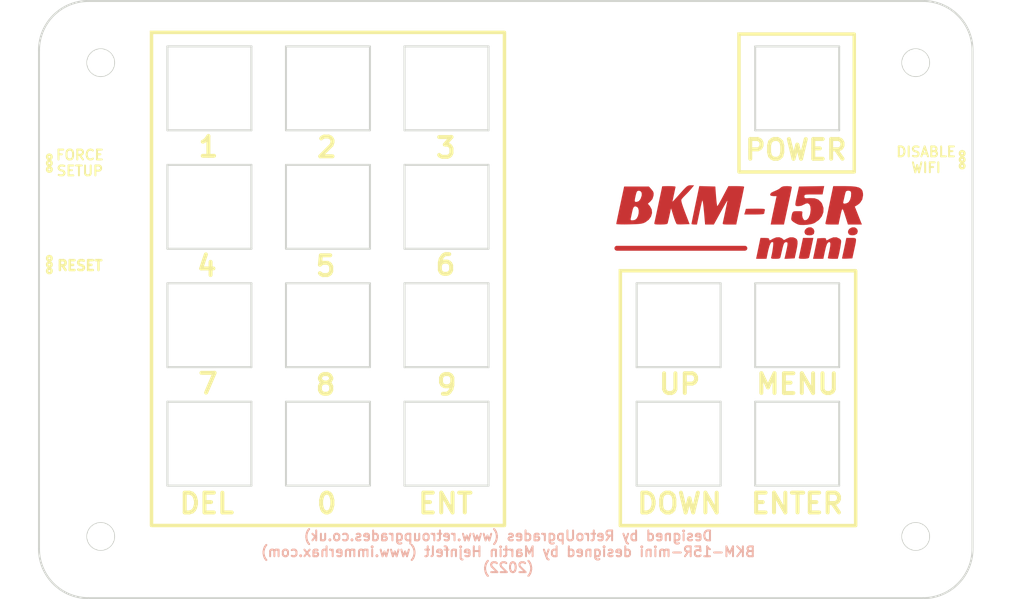
<source format=kicad_pcb>
(kicad_pcb (version 20211014) (generator pcbnew)
  (layers (0 "F.Cu" signal) (31 "B.Cu" signal) (34 "B.Paste" user) (35 "F.Paste" user) (36 "B.SilkS" user "B.Silkscreen") (37 "F.SilkS" user "F.Silkscreen") (38 "B.Mask" user) (39 "F.Mask" user) (44 "Edge.Cuts" user))
  (net 0 "")
  (footprint "MountingHole:MountingHole_2.7mm_M2.5" (layer "F.Cu") (at 188.832001 125.703 180)
    (fp_text reference "REF**" hide)
    (fp_text value "MountingHole_2.7mm_M2.5")
    (pad "" np_thru_hole circle (at 0 0 180) (size 2.7 2.7) (drill 2.7) (layers *.Cu *.Mask))
  )
  (footprint "MountingHole:MountingHole_2.7mm_M2.5" (layer "F.Cu") (at 188.832001 77.703 180)
    (fp_text reference "REF**" hide)
    (fp_text value "MountingHole_2.7mm_M2.5")
    (pad "" np_thru_hole circle (at 0 0 180) (size 2.7 2.7) (drill 2.7) (layers *.Cu *.Mask))
  )
  (footprint "MountingHole:MountingHole_2.7mm_M2.5" (layer "F.Cu") (at 106.331999 125.703 180)
    (fp_text reference "REF**" hide)
    (fp_text value "MountingHole_2.7mm_M2.5")
    (pad "" np_thru_hole circle (at 0 0 180) (size 2.7 2.7) (drill 2.7) (layers *.Cu *.Mask))
  )
  (footprint "kicadlib:mini2" (layer "F.Cu") (at 171.042 93.933)
    (fp_text reference "G***" hide)
    (fp_text value "LOGO" hide)
    (fp_poly (pts (xy -4.896369 -3.4925) (xy -5.111942 -3.242385) (xy -5.373813 -2.964337) (xy -5.502852 -2.836333) (xy -5.710256 -2.626249) (xy -5.870523 -2.444361) (xy -5.93001 -2.361343) (xy -5.937331 -2.233335) (xy -5.880468 -1.983123) (xy -5.75653 -1.600658) (xy -5.562625 -1.075895) (xy -5.552299 -1.04901) (xy -5.099982 0.127) (xy -5.695901 0.152143) (xy -6.006732 0.159656) (xy -6.254895 0.15542) (xy -6.387947 0.140369) (xy -6.389527 0.139792) (xy -6.454862 0.047392) (xy -6.551172 -0.170678) (xy -6.663105 -0.477217) (xy -6.731856 -0.689684) (xy -6.976479 -1.481667) (xy -7.134262 -0.762) (xy -7.209675 -0.423598) (xy -7.274368 -0.143361) (xy -7.3178 0.033405) (xy -7.326366 0.0635) (xy -7.419976 0.124161) (xy -7.660011 0.158881) (xy -8.03275 0.169333) (xy -8.368212 0.165443) (xy -8.566003 0.148875) (xy -8.657702 0.112287) (xy -8.674889 0.048333) (xy -8.669875 0.021167) (xy -8.639524 -0.114917) (xy -8.582357 -0.377661) (xy -8.504517 -0.738326) (xy -8.412144 -1.168173) (xy -8.311381 -1.63846) (xy -8.208367 -2.120448) (xy -8.109244 -2.585397) (xy -8.020155 -3.004567) (xy -7.947239 -3.349218) (xy -7.896638 -3.590609) (xy -7.874493 -3.700001) (xy -7.874 -3.703385) (xy -7.796015 -3.713578) (xy -7.588775 -3.721254) (xy -7.292356 -3.725114) (xy -7.196667 -3.725333) (xy -6.882442 -3.718028) (xy -6.646221 -3.698614) (xy -6.527909 -3.670844) (xy -6.521349 -3.661833) (xy -6.539448 -3.555371) (xy -6.586033 -3.3257) (xy -6.652468 -3.014824) (xy -6.68233 -2.878667) (xy -6.752075 -2.554814) (xy -6.802934 -2.302903) (xy -6.827288 -2.161422) (xy -6.827765 -2.144173) (xy -6.770069 -2.198152) (xy -6.621536 -2.356408) (xy -6.403176 -2.596081) (xy -6.136 -2.894312) (xy -6.069065 -2.969673) (xy -5.763498 -3.311215) (xy -5.542531 -3.545071) (xy -5.379907 -3.691559) (xy -5.24937 -3.770998) (xy -5.124666 -3.803705) (xy -4.983166 -3.81) (xy -4.642438 -3.81)) (layer "F.Cu") (width 0) (fill solid))
    (fp_poly (pts (xy 7.226125 2.4765) (xy 7.142165 2.864762) (xy 7.068116 3.196391) (xy 7.012556 3.433639) (xy 6.985606 3.534833) (xy 6.874233 3.602622) (xy 6.606418 3.636773) (xy 6.431618 3.640667) (xy 6.147204 3.634857) (xy 5.997729 3.610305) (xy 5.948992 3.556328) (xy 5.957289 3.4925) (xy 5.991171 3.351732) (xy 6.050103 3.08628) (xy 6.125076 2.737334) (xy 6.188794 2.434167) (xy 6.378266 1.524) (xy 7.429019 1.524)) (layer "F.Cu") (width 0) (fill solid))
    (fp_poly (pts (xy -3.307357 -3.707042) (xy -2.497667 -3.683) (xy -2.421789 -2.688167) (xy -2.388181 -2.300807) (xy -2.352962 -1.984043) (xy -2.32034 -1.770808) (xy -2.294789 -1.69402) (xy -2.238856 -1.764961) (xy -2.121145 -1.958949) (xy -1.957489 -2.248534) (xy -1.76372 -2.606263) (xy -1.708795 -2.71002) (xy -1.173924 -3.725334) (xy -0.375295 -3.725334) (xy -0.030926 -3.719091) (xy 0.239008 -3.702318) (xy 0.39757 -3.677951) (xy 0.423958 -3.661833) (xy 0.407199 -3.564128) (xy 0.359881 -3.325152) (xy 0.287003 -2.969192) (xy 0.193564 -2.520534) (xy 0.084562 -2.003467) (xy 0.023152 -1.7145) (xy -0.378278 0.169333) (xy -1.079752 0.169333) (xy -1.422264 0.167204) (xy -1.627156 0.15469) (xy -1.726137 0.122598) (xy -1.750916 0.061738) (xy -1.73693 -0.021167) (xy -1.677936 -0.283482) (xy -1.60395 -0.62481) (xy -1.52265 -1.008132) (xy -1.441711 -1.396426) (xy -1.368811 -1.752672) (xy -1.311625 -2.039851) (xy -1.277831 -2.22094) (xy -1.27198 -2.263396) (xy -1.310802 -2.215118) (xy -1.417134 -2.040628) (xy -1.577821 -1.762599) (xy -1.77971 -1.403707) (xy -1.958815 -1.0795) (xy -2.643671 0.169333) (xy -3.530108 0.169333) (xy -3.641321 -1.108174) (xy -3.683138 -1.539995) (xy -3.725668 -1.89461) (xy -3.765144 -2.146305) (xy -3.797801 -2.269364) (xy -3.811792 -2.272341) (xy -3.849859 -2.151488) (xy -3.913333 -1.898268) (xy -3.994282 -1.546331) (xy -4.084773 -1.129329) (xy -4.112957 -0.994833) (xy -4.354862 0.169333) (xy -4.632764 0.169333) (xy -4.821337 0.152387) (xy -4.90995 0.111064) (xy -4.910911 0.105833) (xy -4.894243 0.008091) (xy -4.847389 -0.231013) (xy -4.77529 -0.587193) (xy -4.682888 -1.036162) (xy -4.575125 -1.553632) (xy -4.5141 -1.844375) (xy -4.117046 -3.731084)) (layer "F.Cu") (width 0) (fill solid))
    (fp_poly (pts (xy 11.636374 1.539895) (xy 11.722503 1.597738) (xy 11.751421 1.722598) (xy 11.729577 1.93979) (xy 11.663426 2.274631) (xy 11.568767 2.709333) (xy 11.375654 3.598333) (xy 10.852493 3.62354) (xy 10.580289 3.63061) (xy 10.391087 3.623973) (xy 10.329333 3.607627) (xy 10.346556 3.509947) (xy 10.39154 3.295193) (xy 10.449586 3.032087) (xy 10.534257 2.64639) (xy 10.62148 2.234632) (xy 10.667255 2.010833) (xy 10.764672 1.524) (xy 11.266669 1.524) (xy 11.486579 1.523754)) (layer "F.Cu") (width 0) (fill solid))
    (fp_poly (pts (xy 10.079904 1.595373) (xy 10.084127 1.598763) (xy 10.182743 1.68713) (xy 10.233699 1.780591) (xy 10.242031 1.923212) (xy 10.212777 2.159057) (xy 10.174677 2.391043) (xy 10.109849 2.749973) (xy 10.041414 3.086707) (xy 9.984009 3.329303) (xy 9.98319 3.33228) (xy 9.89804 3.640667) (xy 9.39402 3.640667) (xy 9.127676 3.630987) (xy 8.945773 3.605843) (xy 8.892014 3.577167) (xy 8.910214 3.47073) (xy 8.957066 3.241114) (xy 9.023888 2.930306) (xy 9.053965 2.794) (xy 9.134443 2.37218) (xy 9.152763 2.098554) (xy 9.107118 1.963101) (xy 8.995699 1.955803) (xy 8.910608 1.999679) (xy 8.81111 2.142449) (xy 8.70547 2.443589) (xy 8.603093 2.865609) (xy 8.439642 3.640667) (xy 7.396085 3.640667) (xy 7.832255 1.566333) (xy 8.276461 1.540742) (xy 8.543475 1.535292) (xy 8.679377 1.564407) (xy 8.720389 1.636717) (xy 8.720666 1.646575) (xy 8.732261 1.746406) (xy 8.791185 1.763982) (xy 8.933653 1.695498) (xy 9.078453 1.608983) (xy 9.435502 1.466375) (xy 9.78392 1.46169)) (layer "F.Cu") (width 0) (fill solid))
    (fp_poly (pts (xy 11.657069 0.47002) (xy 11.852884 0.613566) (xy 11.928871 0.828433) (xy 11.871163 1.054373) (xy 11.809549 1.132356) (xy 11.616952 1.234329) (xy 11.364197 1.265795) (xy 11.128636 1.225273) (xy 11.010534 1.14766) (xy 10.925253 0.940252) (xy 10.973571 0.733126) (xy 11.123127 0.560198) (xy 11.34156 0.455385) (xy 11.596511 0.452606)) (layer "F.Cu") (width 0) (fill solid))
    (fp_poly (pts (xy 7.254403 0.47002) (xy 7.444895 0.613979) (xy 7.531835 0.836243) (xy 7.496278 1.069906) (xy 7.446417 1.14812) (xy 7.283509 1.235591) (xy 7.039035 1.26637) (xy 6.790977 1.240498) (xy 6.617316 1.158018) (xy 6.607867 1.14766) (xy 6.522586 0.940252) (xy 6.570904 0.733126) (xy 6.72046 0.560198) (xy 6.938893 0.455385) (xy 7.193844 0.452606)) (layer "F.Cu") (width 0) (fill solid))
    (fp_poly (pts (xy 8.359561 -2.878667) (xy 7.439447 -2.878667) (xy 7.035723 -2.87744) (xy 6.771678 -2.86942) (xy 6.61766 -2.848101) (xy 6.544013 -2.806974) (xy 6.521085 -2.739533) (xy 6.519333 -2.67675) (xy 6.528742 -2.567438) (xy 6.582849 -2.510937) (xy 6.720475 -2.495254) (xy 6.980443 -2.508396) (xy 7.0485 -2.51328) (xy 7.544372 -2.496154) (xy 7.928272 -2.359636) (xy 8.21434 -2.097333) (xy 8.311958 -1.942113) (xy 8.45656 -1.510513) (xy 8.444981 -1.076325) (xy 8.288132 -0.66441) (xy 7.996925 -0.299633) (xy 7.582271 -0.006855) (xy 7.431036 0.065112) (xy 7.169884 0.138853) (xy 6.818342 0.190602) (xy 6.442672 0.215568) (xy 6.109137 0.208958) (xy 5.909001 0.175177) (xy 5.681079 0.073775) (xy 5.434535 -0.073599) (xy 5.41481 -0.087413) (xy 5.242086 -0.231812) (xy 5.183923 -0.374489) (xy 5.204156 -0.582505) (xy 5.263291 -0.893159) (xy 5.328942 -1.073127) (xy 5.439276 -1.15807) (xy 5.632459 -1.183651) (xy 5.849318 -1.185333) (xy 6.128012 -1.181128) (xy 6.273475 -1.158529) (xy 6.321772 -1.102562) (xy 6.308972 -0.998254) (xy 6.308166 -0.994833) (xy 6.296365 -0.747912) (xy 6.354552 -0.503082) (xy 6.461836 -0.322416) (xy 6.552888 -0.267746) (xy 6.757894 -0.307872) (xy 6.937226 -0.495318) (xy 7.072852 -0.808241) (xy 7.10526 -0.936787) (xy 7.156185 -1.349786) (xy 7.122492 -1.67383) (xy 7.015118 -1.891681) (xy 6.844995 -1.9861) (xy 6.62306 -1.939849) (xy 6.512606 -1.871081) (xy 6.188421 -1.724743) (xy 5.930095 -1.693333) (xy 5.772092 -1.695737) (xy 5.667749 -1.720091) (xy 5.613791 -1.792106) (xy 5.606944 -1.937497) (xy 5.643934 -2.181974) (xy 5.721487 -2.55125) (xy 5.784559 -2.836333) (xy 5.9721 -3.683) (xy 7.249958 -3.706309) (xy 8.527815 -3.729617)) (layer "F.Cu") (width 0) (fill solid))
    (fp_poly (pts (xy 1.995832 -1.438326) (xy 2.273307 -1.4316) (xy 2.435815 -1.413602) (xy 2.510542 -1.37878) (xy 2.524669 -1.32158) (xy 2.508697 -1.248833) (xy 2.467081 -1.051951) (xy 2.456489 -0.9525) (xy 2.40822 -0.904512) (xy 2.251853 -0.872241) (xy 1.968193 -0.853678) (xy 1.538047 -0.846815) (xy 1.445243 -0.846667) (xy 0.435153 -0.846667) (xy 0.51391 -1.121275) (xy 0.567118 -1.312545) (xy 0.592347 -1.414536) (xy 0.592666 -1.417608) (xy 0.671789 -1.426122) (xy 0.886986 -1.43307) (xy 1.205 -1.437718) (xy 1.576208 -1.439333)) (layer "F.Cu") (width 0) (fill solid))
    (fp_poly (pts (xy -8.958011 -3.395824) (xy -8.796089 -3.188229) (xy -8.735289 -3.005944) (xy -8.747734 -2.764584) (xy -8.748236 -2.760824) (xy -8.858237 -2.416721) (xy -9.058976 -2.177009) (xy -9.323073 -1.941019) (xy -9.106537 -1.68368) (xy -8.929494 -1.355466) (xy -8.898828 -0.995619) (xy -9.004403 -0.637136) (xy -9.236081 -0.313015) (xy -9.583724 -0.056253) (xy -9.610784 -0.042333) (xy -9.771274 0.025941) (xy -9.959333 0.075416) (xy -10.207168 0.110007) (xy -10.546985 0.133633) (xy -11.01099 0.15021) (xy -11.2395 0.155765) (xy -11.684902 0.161303) (xy -12.063355 0.157639) (xy -12.345964 0.145726) (xy -12.503839 0.126511) (xy -12.527055 0.113432) (xy -12.508966 0.013389) (xy -12.460282 -0.227619) (xy -12.445543 -0.298649) (xy -11.069713 -0.298649) (xy -10.966165 -0.254602) (xy -10.9388 -0.254) (xy -10.722998 -0.279905) (xy -10.62946 -0.306594) (xy -10.455823 -0.448159) (xy -10.32926 -0.689476) (xy -10.257967 -0.979319) (xy -10.250136 -1.266462) (xy -10.313963 -1.499681) (xy -10.420616 -1.612208) (xy -10.605024 -1.674433) (xy -10.7379 -1.61803) (xy -10.837112 -1.425391) (xy -10.910748 -1.12928) (xy -10.973393 -0.825441) (xy -11.030976 -0.564261) (xy -11.060103 -0.4445) (xy -11.069713 -0.298649) (xy -12.445543 -0.298649) (xy -12.386119 -0.585033) (xy -12.291594 -1.034293) (xy -12.181824 -1.55084) (xy -12.124179 -1.820333) (xy -12.031128 -2.254439) (xy -10.655213 -2.254439) (xy -10.63113 -2.153716) (xy -10.54936 -2.124484) (xy -10.435167 -2.13221) (xy -10.247256 -2.201454) (xy -10.096323 -2.384644) (xy -10.041796 -2.487799) (xy -9.941445 -2.795387) (xy -9.952805 -3.04686) (xy -10.067933 -3.211334) (xy -10.240306 -3.259667) (xy -10.362517 -3.238371) (xy -10.444865 -3.14834) (xy -10.513615 -2.950358) (xy -10.552179 -2.794) (xy -10.627074 -2.457564) (xy -10.655213 -2.254439) (xy -12.031128 -2.254439) (xy -11.724915 -3.683) (xy -9.21443 -3.683)) (layer "F.Cu") (width 0) (fill solid))
    (fp_poly (pts (xy 11.226775 -3.712956) (xy 11.696235 -3.669493) (xy 12.035048 -3.585453) (xy 12.261868 -3.45134) (xy 12.395345 -3.257662) (xy 12.454134 -2.994925) (xy 12.461124 -2.782147) (xy 12.376123 -2.35827) (xy 12.146131 -2.004673) (xy 11.895617 -1.808541) (xy 11.62467 -1.651) (xy 11.983986 -0.740833) (xy 12.343303 0.169333) (xy 10.928138 0.169333) (xy 10.654944 -0.692461) (xy 10.535708 -1.064898) (xy 10.448693 -1.298671) (xy 10.381327 -1.388993) (xy 10.321037 -1.331082) (xy 10.255249 -1.120153) (xy 10.17139 -0.751422) (xy 10.114559 -0.486833) (xy 9.973668 0.169333) (xy 9.294959 0.169333) (xy 8.957646 0.16554) (xy 8.75822 0.149334) (xy 8.665315 0.11347) (xy 8.647563 0.050708) (xy 8.65327 0.021167) (xy 8.680911 -0.102905) (xy 8.73732 -0.366273) (xy 8.816898 -0.742425) (xy 8.914042 -1.204848) (xy 9.023154 -1.72703) (xy 9.064624 -1.926167) (xy 9.080415 -2.002064) (xy 10.447934 -2.002064) (xy 10.540666 -1.950692) (xy 10.624053 -1.947333) (xy 10.846344 -2.00634) (xy 11.001944 -2.111944) (xy 11.149902 -2.352282) (xy 11.23951 -2.681473) (xy 11.251093 -3.023513) (xy 11.246842 -3.058076) (xy 11.189032 -3.206072) (xy 11.03878 -3.257342) (xy 10.966313 -3.259667) (xy 10.817516 -3.246391) (xy 10.727469 -3.179095) (xy 10.663793 -3.016572) (xy 10.615025 -2.812645) (xy 10.547859 -2.515237) (xy 10.48719 -2.254914) (xy 10.463265 -2.156478) (xy 10.447934 -2.002064) (xy 9.080415 -2.002064) (xy 9.438957 -3.725333) (xy 10.608016 -3.725333)) (layer "F.Cu") (width 0) (fill solid))
    (fp_poly (pts (xy 4.236385 1.551668) (xy 4.296657 1.605263) (xy 4.407502 1.710748) (xy 4.502383 1.721997) (xy 4.651422 1.639106) (xy 4.702121 1.605821) (xy 5.038164 1.465841) (xy 5.382744 1.459992) (xy 5.653827 1.571134) (xy 5.766523 1.686169) (xy 5.824926 1.853428) (xy 5.829695 2.100448) (xy 5.781486 2.454766) (xy 5.686069 2.921) (xy 5.535424 3.598333) (xy 5.0197 3.623324) (xy 4.503975 3.648315) (xy 4.662814 2.945991) (xy 4.755722 2.521331) (xy 4.806667 2.235492) (xy 4.814942 2.063063) (xy 4.779842 1.978632) (xy 4.700661 1.956791) (xy 4.6355 1.962611) (xy 4.561342 1.98107) (xy 4.499785 2.028225) (xy 4.442563 2.127201) (xy 4.381413 2.301122) (xy 4.308071 2.57311) (xy 4.214274 2.966289) (xy 4.103888 3.450167) (xy 4.060325 3.559795) (xy 3.963854 3.617033) (xy 3.769861 3.638316) (xy 3.586845 3.640667) (xy 3.319039 3.636025) (xy 3.184075 3.61118) (xy 3.145506 3.549752) (xy 3.16295 3.450167) (xy 3.2291 3.157794) (xy 3.288612 2.824551) (xy 3.33565 2.494983) (xy 3.364376 2.213636) (xy 3.368953 2.025058) (xy 3.356437 1.973548) (xy 3.232298 1.935001) (xy 3.10657 2.058325) (xy 2.983476 2.336159) (xy 2.867239 2.761141) (xy 2.844625 2.865845) (xy 2.683584 3.640667) (xy 1.631806 3.640667) (xy 1.851669 2.582333) (xy 2.071533 1.524) (xy 2.517433 1.524) (xy 2.791497 1.536344) (xy 2.929391 1.57941) (xy 2.963333 1.651) (xy 2.975261 1.748022) (xy 3.035136 1.763731) (xy 3.179094 1.693883) (xy 3.32112 1.608983) (xy 3.654208 1.470997) (xy 3.974913 1.451833)) (layer "F.Cu") (width 0) (fill solid))
    (fp_poly (pts (xy 5.075458 -3.708323) (xy 5.23252 -3.657487) (xy 5.249333 -3.623625) (xy 5.232132 -3.51434) (xy 5.183961 -3.264817) (xy 5.109972 -2.900254) (xy 5.015314 -2.44585) (xy 4.905138 -1.926804) (xy 4.851315 -1.676291) (xy 4.453298 0.169333) (xy 3.111024 0.169333) (xy 3.165581 -0.148167) (xy 3.203995 -0.350239) (xy 3.269921 -0.675193) (xy 3.354575 -1.080512) (xy 3.449173 -1.523681) (xy 3.462965 -1.5875) (xy 3.705792 -2.709333) (xy 3.376896 -2.709333) (xy 3.134318 -2.741699) (xy 3.046454 -2.840379) (xy 3.111218 -3.007746) (xy 3.112796 -3.010014) (xy 3.22384 -3.090093) (xy 3.435923 -3.193242) (xy 3.566798 -3.24589) (xy 3.832568 -3.367699) (xy 4.04905 -3.50488) (xy 4.109087 -3.559043) (xy 4.246501 -3.661191) (xy 4.453475 -3.712261) (xy 4.754455 -3.725333)) (layer "F.Cu") (width 0) (fill solid))
  )
  (footprint "MountingHole:MountingHole_2.7mm_M2.5" (layer "F.Cu") (at 106.331999 77.703 180)
    (fp_text reference "REF**" hide)
    (fp_text value "MountingHole_2.7mm_M2.5")
    (pad "" np_thru_hole circle (at 0 0 180) (size 2.7 2.7) (drill 2.7) (layers *.Cu *.Mask))
  )
  (footprint "kicadlib:mini2" (layer "F.Cu") (at 171.044965 93.933842)
    (fp_text reference "G***" hide)
    (fp_text value "LOGO" hide)
  )
  (gr_line (start 158.584965 96.503842) (end 171.534965 96.503842) (layer "F.Cu") (width 0.5))
  (gr_circle (center 193.532 88.173) (end 193.432 88.173) (layer "F.SilkS") (width 0.25) (fill none))
  (gr_rect (start 158.932 124.603) (end 182.752 98.783) (layer "F.SilkS") (width 0.35) (fill none))
  (gr_circle (center 101.132 98.163) (end 101.032 98.163) (layer "F.SilkS") (width 0.25) (fill none))
  (gr_circle (center 101.132 97.523) (end 101.032 97.523) (layer "F.SilkS") (width 0.25) (fill none))
  (gr_circle (center 101.132 87.883) (end 101.032 87.883) (layer "F.SilkS") (width 0.25) (fill none))
  (gr_circle (center 193.532 86.893) (end 193.432 86.893) (layer "F.SilkS") (width 0.25) (fill none))
  (gr_circle (center 193.532 87.533) (end 193.432 87.533) (layer "F.SilkS") (width 0.25) (fill none))
  (gr_circle (center 101.132 88.523) (end 101.032 88.523) (layer "F.SilkS") (width 0.25) (fill none))
  (gr_rect (start 182.612 88.773) (end 170.942 74.803) (layer "F.SilkS") (width 0.35) (fill none))
  (gr_rect (start 111.472 124.593) (end 147.202 74.633) (layer "F.SilkS") (width 0.35) (fill none))
  (gr_circle (center 101.132 87.243) (end 101.032 87.243) (layer "F.SilkS") (width 0.25) (fill none))
  (gr_circle (center 101.132 98.803) (end 101.032 98.803) (layer "F.SilkS") (width 0.25) (fill none))
  (gr_line (start 172.582001 120.553001) (end 181.082 120.553001) (layer "Edge.Cuts") (width 0.2))
  (gr_line (start 133.582 88.053) (end 125.081999 88.053) (layer "Edge.Cuts") (width 0.2))
  (gr_line (start 172.582001 76.052999) (end 172.582001 84.553) (layer "Edge.Cuts") (width 0.2))
  (gr_line (start 121.582 76.052999) (end 113.082 76.052999) (layer "Edge.Cuts") (width 0.2))
  (gr_line (start 145.582 108.553) (end 145.582 100.053) (layer "Edge.Cuts") (width 0.2))
  (gr_line (start 145.582 112.053001) (end 137.082 112.053001) (layer "Edge.Cuts") (width 0.2))
  (gr_line (start 189.581999 131.953001) (end 105.082001 131.953001) (layer "Edge.Cuts") (width 0.2))
  (gr_line (start 133.582 96.553) (end 133.582 88.053) (layer "Edge.Cuts") (width 0.2))
  (gr_line (start 121.582 84.553) (end 121.582 76.052999) (layer "Edge.Cuts") (width 0.2))
  (gr_line (start 169.082 120.553001) (end 169.082 112.053001) (layer "Edge.Cuts") (width 0.2))
  (gr_line (start 125.081999 96.553) (end 133.582 96.553) (layer "Edge.Cuts") (width 0.2))
  (gr_line (start 194.581999 76.452999) (end 194.581999 126.953001) (layer "Edge.Cuts") (width 0.2))
  (gr_line (start 133.582 120.553001) (end 133.582 112.053001) (layer "Edge.Cuts") (width 0.2))
  (gr_line (start 113.082 84.553) (end 121.582 84.553) (layer "Edge.Cuts") (width 0.2))
  (gr_line (start 121.582 112.053001) (end 113.082 112.053001) (layer "Edge.Cuts") (width 0.2))
  (gr_line (start 121.582 96.553) (end 121.582 88.053) (layer "Edge.Cuts") (width 0.2))
  (gr_line (start 172.582001 112.053001) (end 172.582001 120.553001) (layer "Edge.Cuts") (width 0.2))
  (gr_line (start 181.082 76.052999) (end 172.582001 76.052999) (layer "Edge.Cuts") (width 0.2))
  (gr_circle (center 188.832001 125.703) (end 187.482002 125.703) (layer "Edge.Cuts") (width 0.2) (fill none))
  (gr_line (start 133.582 100.053) (end 125.081999 100.053) (layer "Edge.Cuts") (width 0.2))
  (gr_line (start 137.082 100.053) (end 137.082 108.553) (layer "Edge.Cuts") (width 0.2))
  (gr_line (start 133.582 112.053001) (end 125.081999 112.053001) (layer "Edge.Cuts") (width 0.2))
  (gr_line (start 169.082 112.053001) (end 160.582 112.053001) (layer "Edge.Cuts") (width 0.2))
  (gr_arc (start 100.082001 76.452999) (mid 101.546468 72.917466) (end 105.082001 71.452999) (layer "Edge.Cuts") (width 0.2))
  (gr_line (start 137.082 108.553) (end 145.582 108.553) (layer "Edge.Cuts") (width 0.2))
  (gr_line (start 125.081999 84.553) (end 133.582 84.553) (layer "Edge.Cuts") (width 0.2))
  (gr_line (start 160.582 112.053001) (end 160.582 120.553001) (layer "Edge.Cuts") (width 0.2))
  (gr_arc (start 105.082001 131.953001) (mid 101.546466 130.488535) (end 100.082001 126.953001) (layer "Edge.Cuts") (width 0.2))
  (gr_arc (start 194.581999 126.953001) (mid 193.117533 130.488535) (end 189.581999 131.953001) (layer "Edge.Cuts") (width 0.2))
  (gr_line (start 169.082 108.553) (end 169.082 100.053) (layer "Edge.Cuts") (width 0.2))
  (gr_line (start 181.082 100.053) (end 172.582001 100.053) (layer "Edge.Cuts") (width 0.2))
  (gr_line (start 160.582 108.553) (end 169.082 108.553) (layer "Edge.Cuts") (width 0.2))
  (gr_line (start 172.582001 108.553) (end 181.082 108.553) (layer "Edge.Cuts") (width 0.2))
  (gr_line (start 181.082 108.553) (end 181.082 100.053) (layer "Edge.Cuts") (width 0.2))
  (gr_line (start 121.582 120.553001) (end 121.582 112.053001) (layer "Edge.Cuts") (width 0.2))
  (gr_arc (start 189.581999 71.452999) (mid 193.117533 72.917465) (end 194.581999 76.452999) (layer "Edge.Cuts") (width 0.2))
  (gr_line (start 137.082 96.553) (end 145.582 96.553) (layer "Edge.Cuts") (width 0.2))
  (gr_line (start 137.082 76.052999) (end 137.082 84.553) (layer "Edge.Cuts") (width 0.2))
  (gr_line (start 113.082 96.553) (end 121.582 96.553) (layer "Edge.Cuts") (width 0.2))
  (gr_line (start 181.082 84.553) (end 181.082 76.052999) (layer "Edge.Cuts") (width 0.2))
  (gr_line (start 137.082 112.053001) (end 137.082 120.553001) (layer "Edge.Cuts") (width 0.2))
  (gr_line (start 145.582 88.053) (end 137.082 88.053) (layer "Edge.Cuts") (width 0.2))
  (gr_line (start 172.582001 84.553) (end 181.082 84.553) (layer "Edge.Cuts") (width 0.2))
  (gr_line (start 160.582 100.053) (end 160.582 108.553) (layer "Edge.Cuts") (width 0.2))
  (gr_line (start 100.082001 126.953001) (end 100.082001 76.452999) (layer "Edge.Cuts") (width 0.2))
  (gr_line (start 145.582 120.553001) (end 145.582 112.053001) (layer "Edge.Cuts") (width 0.2))
  (gr_line (start 113.082 108.553) (end 121.582 108.553) (layer "Edge.Cuts") (width 0.2))
  (gr_line (start 133.582 108.553) (end 133.582 100.053) (layer "Edge.Cuts") (width 0.2))
  (gr_line (start 145.582 76.052999) (end 137.082 76.052999) (layer "Edge.Cuts") (width 0.2))
  (gr_line (start 113.082 120.553001) (end 121.582 120.553001) (layer "Edge.Cuts") (width 0.2))
  (gr_line (start 169.082 100.053) (end 160.582 100.053) (layer "Edge.Cuts") (width 0.2))
  (gr_line (start 113.082 88.053) (end 113.082 96.553) (layer "Edge.Cuts") (width 0.2))
  (gr_line (start 125.081999 100.053) (end 125.081999 108.553) (layer "Edge.Cuts") (width 0.2))
  (gr_line (start 133.582 76.052999) (end 125.081999 76.052999) (layer "Edge.Cuts") (width 0.2))
  (gr_circle (center 106.331999 125.703) (end 104.981997 125.703) (layer "Edge.Cuts") (width 0.2) (fill none))
  (gr_line (start 125.081999 112.053001) (end 125.081999 120.553001) (layer "Edge.Cuts") (width 0.2))
  (gr_line (start 125.081999 120.553001) (end 133.582 120.553001) (layer "Edge.Cuts") (width 0.2))
  (gr_line (start 160.582 120.553001) (end 169.082 120.553001) (layer "Edge.Cuts") (width 0.2))
  (gr_line (start 125.081999 88.053) (end 125.081999 96.553) (layer "Edge.Cuts") (width 0.2))
  (gr_line (start 113.082 100.053) (end 113.082 108.553) (layer "Edge.Cuts") (width 0.2))
  (gr_line (start 137.082 120.553001) (end 145.582 120.553001) (layer "Edge.Cuts") (width 0.2))
  (gr_line (start 105.082001 71.452999) (end 189.581999 71.452999) (layer "Edge.Cuts") (width 0.2))
  (gr_line (start 113.082 112.053001) (end 113.082 120.553001) (layer "Edge.Cuts") (width 0.2))
  (gr_line (start 125.081999 108.553) (end 133.582 108.553) (layer "Edge.Cuts") (width 0.2))
  (gr_line (start 121.582 88.053) (end 113.082 88.053) (layer "Edge.Cuts") (width 0.2))
  (gr_line (start 181.082 120.553001) (end 181.082 112.053001) (layer "Edge.Cuts") (width 0.2))
  (gr_line (start 145.582 100.053) (end 137.082 100.053) (layer "Edge.Cuts") (width 0.2))
  (gr_line (start 113.082 76.052999) (end 113.082 84.553) (layer "Edge.Cuts") (width 0.2))
  (gr_circle (center 188.832001 77.703) (end 187.482002 77.703) (layer "Edge.Cuts") (width 0.2) (fill none))
  (gr_line (start 137.082 84.553) (end 145.582 84.553) (layer "Edge.Cuts") (width 0.2))
  (gr_line (start 125.081999 76.052999) (end 125.081999 84.553) (layer "Edge.Cuts") (width 0.2))
  (gr_line (start 181.082 112.053001) (end 172.582001 112.053001) (layer "Edge.Cuts") (width 0.2))
  (gr_line (start 121.582 108.553) (end 121.582 100.053) (layer "Edge.Cuts") (width 0.2))
  (gr_line (start 145.582 84.553) (end 145.582 76.052999) (layer "Edge.Cuts") (width 0.2))
  (gr_line (start 133.582 84.553) (end 133.582 76.052999) (layer "Edge.Cuts") (width 0.2))
  (gr_line (start 145.582 96.553) (end 145.582 88.053) (layer "Edge.Cuts") (width 0.2))
  (gr_line (start 172.582001 100.053) (end 172.582001 108.553) (layer "Edge.Cuts") (width 0.2))
  (gr_line (start 121.582 100.053) (end 113.082 100.053) (layer "Edge.Cuts") (width 0.2))
  (gr_line (start 137.082 88.053) (end 137.082 96.553) (layer "Edge.Cuts") (width 0.2))
  (gr_circle (center 106.331999 77.703) (end 104.982 77.703) (layer "Edge.Cuts") (width 0.2) (fill none))
  (gr_text "Designed by RetroUpgrades (www.retroupgrades.co.uk)\nBKM-15R-mini designed by Martin Hejnfelt (www.immerhax.com)\n(2022)" (at 147.574 127.254) (layer "B.SilkS") (effects (font (size 1 1) (thickness 0.2)) (justify mirror)))
  (gr_text "DOWN" (at 164.922 122.363) (layer "F.SilkS") (effects (font (size 2 2) (thickness 0.4))))
  (gr_text "0" (at 129.212 122.363) (layer "F.SilkS") (effects (font (size 2 2) (thickness 0.4))))
  (gr_text "6" (at 141.232 98.193) (layer "F.SilkS") (effects (font (size 2 2) (thickness 0.4))))
  (gr_text "3" (at 141.262 86.333) (layer "F.SilkS") (effects (font (size 2 2) (thickness 0.4))))
  (gr_text "7" (at 117.192 110.223) (layer "F.SilkS") (effects (font (size 2 2) (thickness 0.4))))
  (gr_text "4" (at 117.072 98.313) (layer "F.SilkS") (effects (font (size 2 2) (thickness 0.4))))
  (gr_text "DEL" (at 117.072 122.363) (layer "F.SilkS") (effects (font (size 2 2) (thickness 0.4))))
  (gr_text "DISABLE\nWIFI" (at 189.882 87.543) (layer "F.SilkS") (effects (font (size 1 1) (thickness 0.2))))
  (gr_text "UP" (at 164.932 110.263) (layer "F.SilkS") (effects (font (size 2 2) (thickness 0.4))))
  (gr_text "2" (at 129.222 86.283) (layer "F.SilkS") (effects (font (size 2 2) (thickness 0.4))))
  (gr_text "POWER" (at 176.702 86.533) (layer "F.SilkS") (effects (font (size 2 2) (thickness 0.4))))
  (gr_text "5" (at 129.092 98.313) (layer "F.SilkS") (effects (font (size 2 2) (thickness 0.4))))
  (gr_text "8" (at 129.092 110.343) (layer "F.SilkS") (effects (font (size 2 2) (thickness 0.4))))
  (gr_text "1" (at 117.232 86.233) (layer "F.SilkS") (effects (font (size 2 2) (thickness 0.4))))
  (gr_text "ENTER" (at 176.822 122.363) (layer "F.SilkS") (effects (font (size 2 2) (thickness 0.4))))
  (gr_text "9" (at 141.352 110.343) (layer "F.SilkS") (effects (font (size 2 2) (thickness 0.4))))
  (gr_text "FORCE\nSETUP" (at 104.222 87.863) (layer "F.SilkS") (effects (font (size 1 1) (thickness 0.2))))
  (gr_text "MENU" (at 176.872 110.263) (layer "F.SilkS") (effects (font (size 2 2) (thickness 0.4))))
  (gr_text "RESET" (at 104.222 98.263) (layer "F.SilkS") (effects (font (size 1 1) (thickness 0.25))))
  (gr_text "ENT" (at 141.232 122.363) (layer "F.SilkS") (effects (font (size 2 2) (thickness 0.4))))
)
</source>
